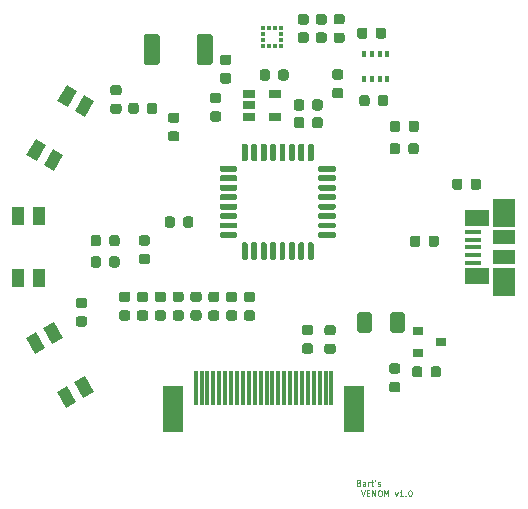
<source format=gbr>
G04 #@! TF.GenerationSoftware,KiCad,Pcbnew,5.1.8-1.fc33*
G04 #@! TF.CreationDate,2020-12-23T22:24:44+01:00*
G04 #@! TF.ProjectId,venom,76656e6f-6d2e-46b6-9963-61645f706362,rev?*
G04 #@! TF.SameCoordinates,Original*
G04 #@! TF.FileFunction,Paste,Top*
G04 #@! TF.FilePolarity,Positive*
%FSLAX46Y46*%
G04 Gerber Fmt 4.6, Leading zero omitted, Abs format (unit mm)*
G04 Created by KiCad (PCBNEW 5.1.8-1.fc33) date 2020-12-23 22:24:44*
%MOMM*%
%LPD*%
G01*
G04 APERTURE LIST*
%ADD10C,0.125000*%
%ADD11R,0.350000X0.500000*%
%ADD12R,1.800000X4.000000*%
%ADD13R,0.300000X3.000000*%
%ADD14C,0.100000*%
%ADD15R,0.900000X0.800000*%
%ADD16R,1.000000X1.550000*%
%ADD17R,1.060000X0.650000*%
%ADD18R,1.380000X0.450000*%
%ADD19R,2.100000X1.475000*%
%ADD20R,1.900000X2.375000*%
%ADD21R,1.900000X1.175000*%
%ADD22R,0.375000X0.350000*%
%ADD23R,0.350000X0.375000*%
G04 APERTURE END LIST*
D10*
X167580476Y-138716785D02*
X167651904Y-138740595D01*
X167675714Y-138764404D01*
X167699523Y-138812023D01*
X167699523Y-138883452D01*
X167675714Y-138931071D01*
X167651904Y-138954880D01*
X167604285Y-138978690D01*
X167413809Y-138978690D01*
X167413809Y-138478690D01*
X167580476Y-138478690D01*
X167628095Y-138502500D01*
X167651904Y-138526309D01*
X167675714Y-138573928D01*
X167675714Y-138621547D01*
X167651904Y-138669166D01*
X167628095Y-138692976D01*
X167580476Y-138716785D01*
X167413809Y-138716785D01*
X168128095Y-138978690D02*
X168128095Y-138716785D01*
X168104285Y-138669166D01*
X168056666Y-138645357D01*
X167961428Y-138645357D01*
X167913809Y-138669166D01*
X168128095Y-138954880D02*
X168080476Y-138978690D01*
X167961428Y-138978690D01*
X167913809Y-138954880D01*
X167890000Y-138907261D01*
X167890000Y-138859642D01*
X167913809Y-138812023D01*
X167961428Y-138788214D01*
X168080476Y-138788214D01*
X168128095Y-138764404D01*
X168366190Y-138978690D02*
X168366190Y-138645357D01*
X168366190Y-138740595D02*
X168390000Y-138692976D01*
X168413809Y-138669166D01*
X168461428Y-138645357D01*
X168509047Y-138645357D01*
X168604285Y-138645357D02*
X168794761Y-138645357D01*
X168675714Y-138478690D02*
X168675714Y-138907261D01*
X168699523Y-138954880D01*
X168747142Y-138978690D01*
X168794761Y-138978690D01*
X168985238Y-138478690D02*
X168937619Y-138573928D01*
X169175714Y-138954880D02*
X169223333Y-138978690D01*
X169318571Y-138978690D01*
X169366190Y-138954880D01*
X169390000Y-138907261D01*
X169390000Y-138883452D01*
X169366190Y-138835833D01*
X169318571Y-138812023D01*
X169247142Y-138812023D01*
X169199523Y-138788214D01*
X169175714Y-138740595D01*
X169175714Y-138716785D01*
X169199523Y-138669166D01*
X169247142Y-138645357D01*
X169318571Y-138645357D01*
X169366190Y-138669166D01*
X167735238Y-139353690D02*
X167901904Y-139853690D01*
X168068571Y-139353690D01*
X168235238Y-139591785D02*
X168401904Y-139591785D01*
X168473333Y-139853690D02*
X168235238Y-139853690D01*
X168235238Y-139353690D01*
X168473333Y-139353690D01*
X168687619Y-139853690D02*
X168687619Y-139353690D01*
X168973333Y-139853690D01*
X168973333Y-139353690D01*
X169306666Y-139353690D02*
X169401904Y-139353690D01*
X169449523Y-139377500D01*
X169497142Y-139425119D01*
X169520952Y-139520357D01*
X169520952Y-139687023D01*
X169497142Y-139782261D01*
X169449523Y-139829880D01*
X169401904Y-139853690D01*
X169306666Y-139853690D01*
X169259047Y-139829880D01*
X169211428Y-139782261D01*
X169187619Y-139687023D01*
X169187619Y-139520357D01*
X169211428Y-139425119D01*
X169259047Y-139377500D01*
X169306666Y-139353690D01*
X169735238Y-139853690D02*
X169735238Y-139353690D01*
X169901904Y-139710833D01*
X170068571Y-139353690D01*
X170068571Y-139853690D01*
X170640000Y-139520357D02*
X170759047Y-139853690D01*
X170878095Y-139520357D01*
X171330476Y-139853690D02*
X171044761Y-139853690D01*
X171187619Y-139853690D02*
X171187619Y-139353690D01*
X171140000Y-139425119D01*
X171092380Y-139472738D01*
X171044761Y-139496547D01*
X171544761Y-139806071D02*
X171568571Y-139829880D01*
X171544761Y-139853690D01*
X171520952Y-139829880D01*
X171544761Y-139806071D01*
X171544761Y-139853690D01*
X171878095Y-139353690D02*
X171925714Y-139353690D01*
X171973333Y-139377500D01*
X171997142Y-139401309D01*
X172020952Y-139448928D01*
X172044761Y-139544166D01*
X172044761Y-139663214D01*
X172020952Y-139758452D01*
X171997142Y-139806071D01*
X171973333Y-139829880D01*
X171925714Y-139853690D01*
X171878095Y-139853690D01*
X171830476Y-139829880D01*
X171806666Y-139806071D01*
X171782857Y-139758452D01*
X171759047Y-139663214D01*
X171759047Y-139544166D01*
X171782857Y-139448928D01*
X171806666Y-139401309D01*
X171830476Y-139377500D01*
X171878095Y-139353690D01*
D11*
X168045000Y-104505000D03*
X168695000Y-104505000D03*
X169345000Y-104505000D03*
X169995000Y-104505000D03*
X169995000Y-102455000D03*
X169345000Y-102455000D03*
X168695000Y-102455000D03*
X168045000Y-102455000D03*
D12*
X167160000Y-132510000D03*
X151860000Y-132510000D03*
D13*
X153760000Y-130710000D03*
X154260000Y-130710000D03*
X154760000Y-130710000D03*
X155260000Y-130710000D03*
X155760000Y-130710000D03*
X156260000Y-130710000D03*
X156760000Y-130710000D03*
X157260000Y-130710000D03*
X157760000Y-130710000D03*
X158260000Y-130710000D03*
X158760000Y-130710000D03*
X159260000Y-130710000D03*
X159760000Y-130710000D03*
X160260000Y-130710000D03*
X160760000Y-130710000D03*
X161260000Y-130710000D03*
X161760000Y-130710000D03*
X162260000Y-130710000D03*
X162760000Y-130710000D03*
X163260000Y-130710000D03*
X163760000Y-130710000D03*
X164260000Y-130710000D03*
X164760000Y-130710000D03*
X165260000Y-130710000D03*
D14*
G36*
X140863109Y-125640513D02*
G01*
X141729135Y-125140513D01*
X142504135Y-126482853D01*
X141638109Y-126982853D01*
X140863109Y-125640513D01*
G37*
G36*
X143488109Y-130187147D02*
G01*
X144354135Y-129687147D01*
X145129135Y-131029487D01*
X144263109Y-131529487D01*
X143488109Y-130187147D01*
G37*
G36*
X142015865Y-131037147D02*
G01*
X142881891Y-130537147D01*
X143656891Y-131879487D01*
X142790865Y-132379487D01*
X142015865Y-131037147D01*
G37*
G36*
X139390865Y-126490513D02*
G01*
X140256891Y-125990513D01*
X141031891Y-127332853D01*
X140165865Y-127832853D01*
X139390865Y-126490513D01*
G37*
G36*
G01*
X155215000Y-100964999D02*
X155215000Y-103115001D01*
G75*
G02*
X154965001Y-103365000I-249999J0D01*
G01*
X154114999Y-103365000D01*
G75*
G02*
X153865000Y-103115001I0J249999D01*
G01*
X153865000Y-100964999D01*
G75*
G02*
X154114999Y-100715000I249999J0D01*
G01*
X154965001Y-100715000D01*
G75*
G02*
X155215000Y-100964999I0J-249999D01*
G01*
G37*
G36*
G01*
X150715000Y-100964999D02*
X150715000Y-103115001D01*
G75*
G02*
X150465001Y-103365000I-249999J0D01*
G01*
X149614999Y-103365000D01*
G75*
G02*
X149365000Y-103115001I0J249999D01*
G01*
X149365000Y-100964999D01*
G75*
G02*
X149614999Y-100715000I249999J0D01*
G01*
X150465001Y-100715000D01*
G75*
G02*
X150715000Y-100964999I0J-249999D01*
G01*
G37*
G36*
G01*
X168306000Y-100403750D02*
X168306000Y-100916250D01*
G75*
G02*
X168087250Y-101135000I-218750J0D01*
G01*
X167649750Y-101135000D01*
G75*
G02*
X167431000Y-100916250I0J218750D01*
G01*
X167431000Y-100403750D01*
G75*
G02*
X167649750Y-100185000I218750J0D01*
G01*
X168087250Y-100185000D01*
G75*
G02*
X168306000Y-100403750I0J-218750D01*
G01*
G37*
G36*
G01*
X169881000Y-100403750D02*
X169881000Y-100916250D01*
G75*
G02*
X169662250Y-101135000I-218750J0D01*
G01*
X169224750Y-101135000D01*
G75*
G02*
X169006000Y-100916250I0J218750D01*
G01*
X169006000Y-100403750D01*
G75*
G02*
X169224750Y-100185000I218750J0D01*
G01*
X169662250Y-100185000D01*
G75*
G02*
X169881000Y-100403750I0J-218750D01*
G01*
G37*
G36*
G01*
X166166250Y-101485000D02*
X165653750Y-101485000D01*
G75*
G02*
X165435000Y-101266250I0J218750D01*
G01*
X165435000Y-100828750D01*
G75*
G02*
X165653750Y-100610000I218750J0D01*
G01*
X166166250Y-100610000D01*
G75*
G02*
X166385000Y-100828750I0J-218750D01*
G01*
X166385000Y-101266250D01*
G75*
G02*
X166166250Y-101485000I-218750J0D01*
G01*
G37*
G36*
G01*
X166166250Y-99910000D02*
X165653750Y-99910000D01*
G75*
G02*
X165435000Y-99691250I0J218750D01*
G01*
X165435000Y-99253750D01*
G75*
G02*
X165653750Y-99035000I218750J0D01*
G01*
X166166250Y-99035000D01*
G75*
G02*
X166385000Y-99253750I0J-218750D01*
G01*
X166385000Y-99691250D01*
G75*
G02*
X166166250Y-99910000I-218750J0D01*
G01*
G37*
G36*
G01*
X170195000Y-110696250D02*
X170195000Y-110183750D01*
G75*
G02*
X170413750Y-109965000I218750J0D01*
G01*
X170851250Y-109965000D01*
G75*
G02*
X171070000Y-110183750I0J-218750D01*
G01*
X171070000Y-110696250D01*
G75*
G02*
X170851250Y-110915000I-218750J0D01*
G01*
X170413750Y-110915000D01*
G75*
G02*
X170195000Y-110696250I0J218750D01*
G01*
G37*
G36*
G01*
X171770000Y-110696250D02*
X171770000Y-110183750D01*
G75*
G02*
X171988750Y-109965000I218750J0D01*
G01*
X172426250Y-109965000D01*
G75*
G02*
X172645000Y-110183750I0J-218750D01*
G01*
X172645000Y-110696250D01*
G75*
G02*
X172426250Y-110915000I-218750J0D01*
G01*
X171988750Y-110915000D01*
G75*
G02*
X171770000Y-110696250I0J218750D01*
G01*
G37*
G36*
G01*
X171790000Y-108806250D02*
X171790000Y-108293750D01*
G75*
G02*
X172008750Y-108075000I218750J0D01*
G01*
X172446250Y-108075000D01*
G75*
G02*
X172665000Y-108293750I0J-218750D01*
G01*
X172665000Y-108806250D01*
G75*
G02*
X172446250Y-109025000I-218750J0D01*
G01*
X172008750Y-109025000D01*
G75*
G02*
X171790000Y-108806250I0J218750D01*
G01*
G37*
G36*
G01*
X170215000Y-108806250D02*
X170215000Y-108293750D01*
G75*
G02*
X170433750Y-108075000I218750J0D01*
G01*
X170871250Y-108075000D01*
G75*
G02*
X171090000Y-108293750I0J-218750D01*
G01*
X171090000Y-108806250D01*
G75*
G02*
X170871250Y-109025000I-218750J0D01*
G01*
X170433750Y-109025000D01*
G75*
G02*
X170215000Y-108806250I0J218750D01*
G01*
G37*
G36*
G01*
X173480000Y-118536250D02*
X173480000Y-118023750D01*
G75*
G02*
X173698750Y-117805000I218750J0D01*
G01*
X174136250Y-117805000D01*
G75*
G02*
X174355000Y-118023750I0J-218750D01*
G01*
X174355000Y-118536250D01*
G75*
G02*
X174136250Y-118755000I-218750J0D01*
G01*
X173698750Y-118755000D01*
G75*
G02*
X173480000Y-118536250I0J218750D01*
G01*
G37*
G36*
G01*
X171905000Y-118536250D02*
X171905000Y-118023750D01*
G75*
G02*
X172123750Y-117805000I218750J0D01*
G01*
X172561250Y-117805000D01*
G75*
G02*
X172780000Y-118023750I0J-218750D01*
G01*
X172780000Y-118536250D01*
G75*
G02*
X172561250Y-118755000I-218750J0D01*
G01*
X172123750Y-118755000D01*
G75*
G02*
X171905000Y-118536250I0J218750D01*
G01*
G37*
G36*
G01*
X165396250Y-127825000D02*
X164883750Y-127825000D01*
G75*
G02*
X164665000Y-127606250I0J218750D01*
G01*
X164665000Y-127168750D01*
G75*
G02*
X164883750Y-126950000I218750J0D01*
G01*
X165396250Y-126950000D01*
G75*
G02*
X165615000Y-127168750I0J-218750D01*
G01*
X165615000Y-127606250D01*
G75*
G02*
X165396250Y-127825000I-218750J0D01*
G01*
G37*
G36*
G01*
X165396250Y-126250000D02*
X164883750Y-126250000D01*
G75*
G02*
X164665000Y-126031250I0J218750D01*
G01*
X164665000Y-125593750D01*
G75*
G02*
X164883750Y-125375000I218750J0D01*
G01*
X165396250Y-125375000D01*
G75*
G02*
X165615000Y-125593750I0J-218750D01*
G01*
X165615000Y-126031250D01*
G75*
G02*
X165396250Y-126250000I-218750J0D01*
G01*
G37*
G36*
G01*
X163486250Y-127805000D02*
X162973750Y-127805000D01*
G75*
G02*
X162755000Y-127586250I0J218750D01*
G01*
X162755000Y-127148750D01*
G75*
G02*
X162973750Y-126930000I218750J0D01*
G01*
X163486250Y-126930000D01*
G75*
G02*
X163705000Y-127148750I0J-218750D01*
G01*
X163705000Y-127586250D01*
G75*
G02*
X163486250Y-127805000I-218750J0D01*
G01*
G37*
G36*
G01*
X163486250Y-126230000D02*
X162973750Y-126230000D01*
G75*
G02*
X162755000Y-126011250I0J218750D01*
G01*
X162755000Y-125573750D01*
G75*
G02*
X162973750Y-125355000I218750J0D01*
G01*
X163486250Y-125355000D01*
G75*
G02*
X163705000Y-125573750I0J-218750D01*
G01*
X163705000Y-126011250D01*
G75*
G02*
X163486250Y-126230000I-218750J0D01*
G01*
G37*
G36*
G01*
X158576250Y-123430000D02*
X158063750Y-123430000D01*
G75*
G02*
X157845000Y-123211250I0J218750D01*
G01*
X157845000Y-122773750D01*
G75*
G02*
X158063750Y-122555000I218750J0D01*
G01*
X158576250Y-122555000D01*
G75*
G02*
X158795000Y-122773750I0J-218750D01*
G01*
X158795000Y-123211250D01*
G75*
G02*
X158576250Y-123430000I-218750J0D01*
G01*
G37*
G36*
G01*
X158576250Y-125005000D02*
X158063750Y-125005000D01*
G75*
G02*
X157845000Y-124786250I0J218750D01*
G01*
X157845000Y-124348750D01*
G75*
G02*
X158063750Y-124130000I218750J0D01*
G01*
X158576250Y-124130000D01*
G75*
G02*
X158795000Y-124348750I0J-218750D01*
G01*
X158795000Y-124786250D01*
G75*
G02*
X158576250Y-125005000I-218750J0D01*
G01*
G37*
G36*
G01*
X157066250Y-123430000D02*
X156553750Y-123430000D01*
G75*
G02*
X156335000Y-123211250I0J218750D01*
G01*
X156335000Y-122773750D01*
G75*
G02*
X156553750Y-122555000I218750J0D01*
G01*
X157066250Y-122555000D01*
G75*
G02*
X157285000Y-122773750I0J-218750D01*
G01*
X157285000Y-123211250D01*
G75*
G02*
X157066250Y-123430000I-218750J0D01*
G01*
G37*
G36*
G01*
X157066250Y-125005000D02*
X156553750Y-125005000D01*
G75*
G02*
X156335000Y-124786250I0J218750D01*
G01*
X156335000Y-124348750D01*
G75*
G02*
X156553750Y-124130000I218750J0D01*
G01*
X157066250Y-124130000D01*
G75*
G02*
X157285000Y-124348750I0J-218750D01*
G01*
X157285000Y-124786250D01*
G75*
G02*
X157066250Y-125005000I-218750J0D01*
G01*
G37*
G36*
G01*
X155556250Y-125005000D02*
X155043750Y-125005000D01*
G75*
G02*
X154825000Y-124786250I0J218750D01*
G01*
X154825000Y-124348750D01*
G75*
G02*
X155043750Y-124130000I218750J0D01*
G01*
X155556250Y-124130000D01*
G75*
G02*
X155775000Y-124348750I0J-218750D01*
G01*
X155775000Y-124786250D01*
G75*
G02*
X155556250Y-125005000I-218750J0D01*
G01*
G37*
G36*
G01*
X155556250Y-123430000D02*
X155043750Y-123430000D01*
G75*
G02*
X154825000Y-123211250I0J218750D01*
G01*
X154825000Y-122773750D01*
G75*
G02*
X155043750Y-122555000I218750J0D01*
G01*
X155556250Y-122555000D01*
G75*
G02*
X155775000Y-122773750I0J-218750D01*
G01*
X155775000Y-123211250D01*
G75*
G02*
X155556250Y-123430000I-218750J0D01*
G01*
G37*
G36*
G01*
X154046250Y-124995000D02*
X153533750Y-124995000D01*
G75*
G02*
X153315000Y-124776250I0J218750D01*
G01*
X153315000Y-124338750D01*
G75*
G02*
X153533750Y-124120000I218750J0D01*
G01*
X154046250Y-124120000D01*
G75*
G02*
X154265000Y-124338750I0J-218750D01*
G01*
X154265000Y-124776250D01*
G75*
G02*
X154046250Y-124995000I-218750J0D01*
G01*
G37*
G36*
G01*
X154046250Y-123420000D02*
X153533750Y-123420000D01*
G75*
G02*
X153315000Y-123201250I0J218750D01*
G01*
X153315000Y-122763750D01*
G75*
G02*
X153533750Y-122545000I218750J0D01*
G01*
X154046250Y-122545000D01*
G75*
G02*
X154265000Y-122763750I0J-218750D01*
G01*
X154265000Y-123201250D01*
G75*
G02*
X154046250Y-123420000I-218750J0D01*
G01*
G37*
G36*
G01*
X152536250Y-123420000D02*
X152023750Y-123420000D01*
G75*
G02*
X151805000Y-123201250I0J218750D01*
G01*
X151805000Y-122763750D01*
G75*
G02*
X152023750Y-122545000I218750J0D01*
G01*
X152536250Y-122545000D01*
G75*
G02*
X152755000Y-122763750I0J-218750D01*
G01*
X152755000Y-123201250D01*
G75*
G02*
X152536250Y-123420000I-218750J0D01*
G01*
G37*
G36*
G01*
X152536250Y-124995000D02*
X152023750Y-124995000D01*
G75*
G02*
X151805000Y-124776250I0J218750D01*
G01*
X151805000Y-124338750D01*
G75*
G02*
X152023750Y-124120000I218750J0D01*
G01*
X152536250Y-124120000D01*
G75*
G02*
X152755000Y-124338750I0J-218750D01*
G01*
X152755000Y-124776250D01*
G75*
G02*
X152536250Y-124995000I-218750J0D01*
G01*
G37*
G36*
G01*
X151026250Y-124995000D02*
X150513750Y-124995000D01*
G75*
G02*
X150295000Y-124776250I0J218750D01*
G01*
X150295000Y-124338750D01*
G75*
G02*
X150513750Y-124120000I218750J0D01*
G01*
X151026250Y-124120000D01*
G75*
G02*
X151245000Y-124338750I0J-218750D01*
G01*
X151245000Y-124776250D01*
G75*
G02*
X151026250Y-124995000I-218750J0D01*
G01*
G37*
G36*
G01*
X151026250Y-123420000D02*
X150513750Y-123420000D01*
G75*
G02*
X150295000Y-123201250I0J218750D01*
G01*
X150295000Y-122763750D01*
G75*
G02*
X150513750Y-122545000I218750J0D01*
G01*
X151026250Y-122545000D01*
G75*
G02*
X151245000Y-122763750I0J-218750D01*
G01*
X151245000Y-123201250D01*
G75*
G02*
X151026250Y-123420000I-218750J0D01*
G01*
G37*
G36*
G01*
X149516250Y-123420000D02*
X149003750Y-123420000D01*
G75*
G02*
X148785000Y-123201250I0J218750D01*
G01*
X148785000Y-122763750D01*
G75*
G02*
X149003750Y-122545000I218750J0D01*
G01*
X149516250Y-122545000D01*
G75*
G02*
X149735000Y-122763750I0J-218750D01*
G01*
X149735000Y-123201250D01*
G75*
G02*
X149516250Y-123420000I-218750J0D01*
G01*
G37*
G36*
G01*
X149516250Y-124995000D02*
X149003750Y-124995000D01*
G75*
G02*
X148785000Y-124776250I0J218750D01*
G01*
X148785000Y-124338750D01*
G75*
G02*
X149003750Y-124120000I218750J0D01*
G01*
X149516250Y-124120000D01*
G75*
G02*
X149735000Y-124338750I0J-218750D01*
G01*
X149735000Y-124776250D01*
G75*
G02*
X149516250Y-124995000I-218750J0D01*
G01*
G37*
G36*
G01*
X148006250Y-123420000D02*
X147493750Y-123420000D01*
G75*
G02*
X147275000Y-123201250I0J218750D01*
G01*
X147275000Y-122763750D01*
G75*
G02*
X147493750Y-122545000I218750J0D01*
G01*
X148006250Y-122545000D01*
G75*
G02*
X148225000Y-122763750I0J-218750D01*
G01*
X148225000Y-123201250D01*
G75*
G02*
X148006250Y-123420000I-218750J0D01*
G01*
G37*
G36*
G01*
X148006250Y-124995000D02*
X147493750Y-124995000D01*
G75*
G02*
X147275000Y-124776250I0J218750D01*
G01*
X147275000Y-124338750D01*
G75*
G02*
X147493750Y-124120000I218750J0D01*
G01*
X148006250Y-124120000D01*
G75*
G02*
X148225000Y-124338750I0J-218750D01*
G01*
X148225000Y-124776250D01*
G75*
G02*
X148006250Y-124995000I-218750J0D01*
G01*
G37*
G36*
G01*
X155191750Y-107284000D02*
X155704250Y-107284000D01*
G75*
G02*
X155923000Y-107502750I0J-218750D01*
G01*
X155923000Y-107940250D01*
G75*
G02*
X155704250Y-108159000I-218750J0D01*
G01*
X155191750Y-108159000D01*
G75*
G02*
X154973000Y-107940250I0J218750D01*
G01*
X154973000Y-107502750D01*
G75*
G02*
X155191750Y-107284000I218750J0D01*
G01*
G37*
G36*
G01*
X155191750Y-105709000D02*
X155704250Y-105709000D01*
G75*
G02*
X155923000Y-105927750I0J-218750D01*
G01*
X155923000Y-106365250D01*
G75*
G02*
X155704250Y-106584000I-218750J0D01*
G01*
X155191750Y-106584000D01*
G75*
G02*
X154973000Y-106365250I0J218750D01*
G01*
X154973000Y-105927750D01*
G75*
G02*
X155191750Y-105709000I218750J0D01*
G01*
G37*
G36*
G01*
X161626000Y-103942170D02*
X161626000Y-104454670D01*
G75*
G02*
X161407250Y-104673420I-218750J0D01*
G01*
X160969750Y-104673420D01*
G75*
G02*
X160751000Y-104454670I0J218750D01*
G01*
X160751000Y-103942170D01*
G75*
G02*
X160969750Y-103723420I218750J0D01*
G01*
X161407250Y-103723420D01*
G75*
G02*
X161626000Y-103942170I0J-218750D01*
G01*
G37*
G36*
G01*
X160051000Y-103942170D02*
X160051000Y-104454670D01*
G75*
G02*
X159832250Y-104673420I-218750J0D01*
G01*
X159394750Y-104673420D01*
G75*
G02*
X159176000Y-104454670I0J218750D01*
G01*
X159176000Y-103942170D01*
G75*
G02*
X159394750Y-103723420I218750J0D01*
G01*
X159832250Y-103723420D01*
G75*
G02*
X160051000Y-103942170I0J-218750D01*
G01*
G37*
D15*
X172548040Y-125844260D03*
X172548040Y-127744260D03*
X174548040Y-126794260D03*
G36*
G01*
X151635750Y-107377500D02*
X152148250Y-107377500D01*
G75*
G02*
X152367000Y-107596250I0J-218750D01*
G01*
X152367000Y-108033750D01*
G75*
G02*
X152148250Y-108252500I-218750J0D01*
G01*
X151635750Y-108252500D01*
G75*
G02*
X151417000Y-108033750I0J218750D01*
G01*
X151417000Y-107596250D01*
G75*
G02*
X151635750Y-107377500I218750J0D01*
G01*
G37*
G36*
G01*
X151635750Y-108952500D02*
X152148250Y-108952500D01*
G75*
G02*
X152367000Y-109171250I0J-218750D01*
G01*
X152367000Y-109608750D01*
G75*
G02*
X152148250Y-109827500I-218750J0D01*
G01*
X151635750Y-109827500D01*
G75*
G02*
X151417000Y-109608750I0J218750D01*
G01*
X151417000Y-109171250D01*
G75*
G02*
X151635750Y-108952500I218750J0D01*
G01*
G37*
G36*
G01*
X168480000Y-106113750D02*
X168480000Y-106626250D01*
G75*
G02*
X168261250Y-106845000I-218750J0D01*
G01*
X167823750Y-106845000D01*
G75*
G02*
X167605000Y-106626250I0J218750D01*
G01*
X167605000Y-106113750D01*
G75*
G02*
X167823750Y-105895000I218750J0D01*
G01*
X168261250Y-105895000D01*
G75*
G02*
X168480000Y-106113750I0J-218750D01*
G01*
G37*
G36*
G01*
X170055000Y-106113750D02*
X170055000Y-106626250D01*
G75*
G02*
X169836250Y-106845000I-218750J0D01*
G01*
X169398750Y-106845000D01*
G75*
G02*
X169180000Y-106626250I0J218750D01*
G01*
X169180000Y-106113750D01*
G75*
G02*
X169398750Y-105895000I218750J0D01*
G01*
X169836250Y-105895000D01*
G75*
G02*
X170055000Y-106113750I0J-218750D01*
G01*
G37*
G36*
G01*
X166046250Y-106165000D02*
X165533750Y-106165000D01*
G75*
G02*
X165315000Y-105946250I0J218750D01*
G01*
X165315000Y-105508750D01*
G75*
G02*
X165533750Y-105290000I218750J0D01*
G01*
X166046250Y-105290000D01*
G75*
G02*
X166265000Y-105508750I0J-218750D01*
G01*
X166265000Y-105946250D01*
G75*
G02*
X166046250Y-106165000I-218750J0D01*
G01*
G37*
G36*
G01*
X166046250Y-104590000D02*
X165533750Y-104590000D01*
G75*
G02*
X165315000Y-104371250I0J218750D01*
G01*
X165315000Y-103933750D01*
G75*
G02*
X165533750Y-103715000I218750J0D01*
G01*
X166046250Y-103715000D01*
G75*
G02*
X166265000Y-103933750I0J-218750D01*
G01*
X166265000Y-104371250D01*
G75*
G02*
X166046250Y-104590000I-218750J0D01*
G01*
G37*
G36*
G01*
X170360630Y-128614720D02*
X170873130Y-128614720D01*
G75*
G02*
X171091880Y-128833470I0J-218750D01*
G01*
X171091880Y-129270970D01*
G75*
G02*
X170873130Y-129489720I-218750J0D01*
G01*
X170360630Y-129489720D01*
G75*
G02*
X170141880Y-129270970I0J218750D01*
G01*
X170141880Y-128833470D01*
G75*
G02*
X170360630Y-128614720I218750J0D01*
G01*
G37*
G36*
G01*
X170360630Y-130189720D02*
X170873130Y-130189720D01*
G75*
G02*
X171091880Y-130408470I0J-218750D01*
G01*
X171091880Y-130845970D01*
G75*
G02*
X170873130Y-131064720I-218750J0D01*
G01*
X170360630Y-131064720D01*
G75*
G02*
X170141880Y-130845970I0J218750D01*
G01*
X170141880Y-130408470D01*
G75*
G02*
X170360630Y-130189720I218750J0D01*
G01*
G37*
G36*
G01*
X173654200Y-129587970D02*
X173654200Y-129075470D01*
G75*
G02*
X173872950Y-128856720I218750J0D01*
G01*
X174310450Y-128856720D01*
G75*
G02*
X174529200Y-129075470I0J-218750D01*
G01*
X174529200Y-129587970D01*
G75*
G02*
X174310450Y-129806720I-218750J0D01*
G01*
X173872950Y-129806720D01*
G75*
G02*
X173654200Y-129587970I0J218750D01*
G01*
G37*
G36*
G01*
X172079200Y-129587970D02*
X172079200Y-129075470D01*
G75*
G02*
X172297950Y-128856720I218750J0D01*
G01*
X172735450Y-128856720D01*
G75*
G02*
X172954200Y-129075470I0J-218750D01*
G01*
X172954200Y-129587970D01*
G75*
G02*
X172735450Y-129806720I-218750J0D01*
G01*
X172297950Y-129806720D01*
G75*
G02*
X172079200Y-129587970I0J218750D01*
G01*
G37*
D14*
G36*
X144303109Y-105930513D02*
G01*
X145169135Y-106430513D01*
X144394135Y-107772853D01*
X143528109Y-107272853D01*
X144303109Y-105930513D01*
G37*
G36*
X141678109Y-110477147D02*
G01*
X142544135Y-110977147D01*
X141769135Y-112319487D01*
X140903109Y-111819487D01*
X141678109Y-110477147D01*
G37*
G36*
X140205865Y-109627147D02*
G01*
X141071891Y-110127147D01*
X140296891Y-111469487D01*
X139430865Y-110969487D01*
X140205865Y-109627147D01*
G37*
G36*
X142830865Y-105080513D02*
G01*
X143696891Y-105580513D01*
X142921891Y-106922853D01*
X142055865Y-106422853D01*
X142830865Y-105080513D01*
G37*
D16*
X138760000Y-116155000D03*
X138760000Y-121405000D03*
X140460000Y-121405000D03*
X140460000Y-116155000D03*
D17*
X158310000Y-105830000D03*
X158310000Y-106780000D03*
X158310000Y-107730000D03*
X160510000Y-107730000D03*
X160510000Y-105830000D03*
D18*
X177210000Y-120080000D03*
X177210000Y-119430000D03*
X177210000Y-118780000D03*
X177210000Y-118130000D03*
X177210000Y-117480000D03*
D19*
X177570000Y-121242500D03*
X177570000Y-116317500D03*
D20*
X179870000Y-121690000D03*
X179870000Y-115870000D03*
D21*
X179870000Y-119620000D03*
X179870000Y-117940000D03*
G36*
G01*
X153575000Y-116393750D02*
X153575000Y-116906250D01*
G75*
G02*
X153356250Y-117125000I-218750J0D01*
G01*
X152918750Y-117125000D01*
G75*
G02*
X152700000Y-116906250I0J218750D01*
G01*
X152700000Y-116393750D01*
G75*
G02*
X152918750Y-116175000I218750J0D01*
G01*
X153356250Y-116175000D01*
G75*
G02*
X153575000Y-116393750I0J-218750D01*
G01*
G37*
G36*
G01*
X152000000Y-116393750D02*
X152000000Y-116906250D01*
G75*
G02*
X151781250Y-117125000I-218750J0D01*
G01*
X151343750Y-117125000D01*
G75*
G02*
X151125000Y-116906250I0J218750D01*
G01*
X151125000Y-116393750D01*
G75*
G02*
X151343750Y-116175000I218750J0D01*
G01*
X151781250Y-116175000D01*
G75*
G02*
X152000000Y-116393750I0J-218750D01*
G01*
G37*
G36*
G01*
X163385000Y-110015000D02*
X163635000Y-110015000D01*
G75*
G02*
X163760000Y-110140000I0J-125000D01*
G01*
X163760000Y-111390000D01*
G75*
G02*
X163635000Y-111515000I-125000J0D01*
G01*
X163385000Y-111515000D01*
G75*
G02*
X163260000Y-111390000I0J125000D01*
G01*
X163260000Y-110140000D01*
G75*
G02*
X163385000Y-110015000I125000J0D01*
G01*
G37*
G36*
G01*
X162585000Y-110015000D02*
X162835000Y-110015000D01*
G75*
G02*
X162960000Y-110140000I0J-125000D01*
G01*
X162960000Y-111390000D01*
G75*
G02*
X162835000Y-111515000I-125000J0D01*
G01*
X162585000Y-111515000D01*
G75*
G02*
X162460000Y-111390000I0J125000D01*
G01*
X162460000Y-110140000D01*
G75*
G02*
X162585000Y-110015000I125000J0D01*
G01*
G37*
G36*
G01*
X161785000Y-110015000D02*
X162035000Y-110015000D01*
G75*
G02*
X162160000Y-110140000I0J-125000D01*
G01*
X162160000Y-111390000D01*
G75*
G02*
X162035000Y-111515000I-125000J0D01*
G01*
X161785000Y-111515000D01*
G75*
G02*
X161660000Y-111390000I0J125000D01*
G01*
X161660000Y-110140000D01*
G75*
G02*
X161785000Y-110015000I125000J0D01*
G01*
G37*
G36*
G01*
X160985000Y-110015000D02*
X161235000Y-110015000D01*
G75*
G02*
X161360000Y-110140000I0J-125000D01*
G01*
X161360000Y-111390000D01*
G75*
G02*
X161235000Y-111515000I-125000J0D01*
G01*
X160985000Y-111515000D01*
G75*
G02*
X160860000Y-111390000I0J125000D01*
G01*
X160860000Y-110140000D01*
G75*
G02*
X160985000Y-110015000I125000J0D01*
G01*
G37*
G36*
G01*
X160185000Y-110015000D02*
X160435000Y-110015000D01*
G75*
G02*
X160560000Y-110140000I0J-125000D01*
G01*
X160560000Y-111390000D01*
G75*
G02*
X160435000Y-111515000I-125000J0D01*
G01*
X160185000Y-111515000D01*
G75*
G02*
X160060000Y-111390000I0J125000D01*
G01*
X160060000Y-110140000D01*
G75*
G02*
X160185000Y-110015000I125000J0D01*
G01*
G37*
G36*
G01*
X159385000Y-110015000D02*
X159635000Y-110015000D01*
G75*
G02*
X159760000Y-110140000I0J-125000D01*
G01*
X159760000Y-111390000D01*
G75*
G02*
X159635000Y-111515000I-125000J0D01*
G01*
X159385000Y-111515000D01*
G75*
G02*
X159260000Y-111390000I0J125000D01*
G01*
X159260000Y-110140000D01*
G75*
G02*
X159385000Y-110015000I125000J0D01*
G01*
G37*
G36*
G01*
X158585000Y-110015000D02*
X158835000Y-110015000D01*
G75*
G02*
X158960000Y-110140000I0J-125000D01*
G01*
X158960000Y-111390000D01*
G75*
G02*
X158835000Y-111515000I-125000J0D01*
G01*
X158585000Y-111515000D01*
G75*
G02*
X158460000Y-111390000I0J125000D01*
G01*
X158460000Y-110140000D01*
G75*
G02*
X158585000Y-110015000I125000J0D01*
G01*
G37*
G36*
G01*
X157785000Y-110015000D02*
X158035000Y-110015000D01*
G75*
G02*
X158160000Y-110140000I0J-125000D01*
G01*
X158160000Y-111390000D01*
G75*
G02*
X158035000Y-111515000I-125000J0D01*
G01*
X157785000Y-111515000D01*
G75*
G02*
X157660000Y-111390000I0J125000D01*
G01*
X157660000Y-110140000D01*
G75*
G02*
X157785000Y-110015000I125000J0D01*
G01*
G37*
G36*
G01*
X155910000Y-111890000D02*
X157160000Y-111890000D01*
G75*
G02*
X157285000Y-112015000I0J-125000D01*
G01*
X157285000Y-112265000D01*
G75*
G02*
X157160000Y-112390000I-125000J0D01*
G01*
X155910000Y-112390000D01*
G75*
G02*
X155785000Y-112265000I0J125000D01*
G01*
X155785000Y-112015000D01*
G75*
G02*
X155910000Y-111890000I125000J0D01*
G01*
G37*
G36*
G01*
X155910000Y-112690000D02*
X157160000Y-112690000D01*
G75*
G02*
X157285000Y-112815000I0J-125000D01*
G01*
X157285000Y-113065000D01*
G75*
G02*
X157160000Y-113190000I-125000J0D01*
G01*
X155910000Y-113190000D01*
G75*
G02*
X155785000Y-113065000I0J125000D01*
G01*
X155785000Y-112815000D01*
G75*
G02*
X155910000Y-112690000I125000J0D01*
G01*
G37*
G36*
G01*
X155910000Y-113490000D02*
X157160000Y-113490000D01*
G75*
G02*
X157285000Y-113615000I0J-125000D01*
G01*
X157285000Y-113865000D01*
G75*
G02*
X157160000Y-113990000I-125000J0D01*
G01*
X155910000Y-113990000D01*
G75*
G02*
X155785000Y-113865000I0J125000D01*
G01*
X155785000Y-113615000D01*
G75*
G02*
X155910000Y-113490000I125000J0D01*
G01*
G37*
G36*
G01*
X155910000Y-114290000D02*
X157160000Y-114290000D01*
G75*
G02*
X157285000Y-114415000I0J-125000D01*
G01*
X157285000Y-114665000D01*
G75*
G02*
X157160000Y-114790000I-125000J0D01*
G01*
X155910000Y-114790000D01*
G75*
G02*
X155785000Y-114665000I0J125000D01*
G01*
X155785000Y-114415000D01*
G75*
G02*
X155910000Y-114290000I125000J0D01*
G01*
G37*
G36*
G01*
X155910000Y-115090000D02*
X157160000Y-115090000D01*
G75*
G02*
X157285000Y-115215000I0J-125000D01*
G01*
X157285000Y-115465000D01*
G75*
G02*
X157160000Y-115590000I-125000J0D01*
G01*
X155910000Y-115590000D01*
G75*
G02*
X155785000Y-115465000I0J125000D01*
G01*
X155785000Y-115215000D01*
G75*
G02*
X155910000Y-115090000I125000J0D01*
G01*
G37*
G36*
G01*
X155910000Y-115890000D02*
X157160000Y-115890000D01*
G75*
G02*
X157285000Y-116015000I0J-125000D01*
G01*
X157285000Y-116265000D01*
G75*
G02*
X157160000Y-116390000I-125000J0D01*
G01*
X155910000Y-116390000D01*
G75*
G02*
X155785000Y-116265000I0J125000D01*
G01*
X155785000Y-116015000D01*
G75*
G02*
X155910000Y-115890000I125000J0D01*
G01*
G37*
G36*
G01*
X155910000Y-116690000D02*
X157160000Y-116690000D01*
G75*
G02*
X157285000Y-116815000I0J-125000D01*
G01*
X157285000Y-117065000D01*
G75*
G02*
X157160000Y-117190000I-125000J0D01*
G01*
X155910000Y-117190000D01*
G75*
G02*
X155785000Y-117065000I0J125000D01*
G01*
X155785000Y-116815000D01*
G75*
G02*
X155910000Y-116690000I125000J0D01*
G01*
G37*
G36*
G01*
X155910000Y-117490000D02*
X157160000Y-117490000D01*
G75*
G02*
X157285000Y-117615000I0J-125000D01*
G01*
X157285000Y-117865000D01*
G75*
G02*
X157160000Y-117990000I-125000J0D01*
G01*
X155910000Y-117990000D01*
G75*
G02*
X155785000Y-117865000I0J125000D01*
G01*
X155785000Y-117615000D01*
G75*
G02*
X155910000Y-117490000I125000J0D01*
G01*
G37*
G36*
G01*
X157785000Y-118365000D02*
X158035000Y-118365000D01*
G75*
G02*
X158160000Y-118490000I0J-125000D01*
G01*
X158160000Y-119740000D01*
G75*
G02*
X158035000Y-119865000I-125000J0D01*
G01*
X157785000Y-119865000D01*
G75*
G02*
X157660000Y-119740000I0J125000D01*
G01*
X157660000Y-118490000D01*
G75*
G02*
X157785000Y-118365000I125000J0D01*
G01*
G37*
G36*
G01*
X158585000Y-118365000D02*
X158835000Y-118365000D01*
G75*
G02*
X158960000Y-118490000I0J-125000D01*
G01*
X158960000Y-119740000D01*
G75*
G02*
X158835000Y-119865000I-125000J0D01*
G01*
X158585000Y-119865000D01*
G75*
G02*
X158460000Y-119740000I0J125000D01*
G01*
X158460000Y-118490000D01*
G75*
G02*
X158585000Y-118365000I125000J0D01*
G01*
G37*
G36*
G01*
X159385000Y-118365000D02*
X159635000Y-118365000D01*
G75*
G02*
X159760000Y-118490000I0J-125000D01*
G01*
X159760000Y-119740000D01*
G75*
G02*
X159635000Y-119865000I-125000J0D01*
G01*
X159385000Y-119865000D01*
G75*
G02*
X159260000Y-119740000I0J125000D01*
G01*
X159260000Y-118490000D01*
G75*
G02*
X159385000Y-118365000I125000J0D01*
G01*
G37*
G36*
G01*
X160185000Y-118365000D02*
X160435000Y-118365000D01*
G75*
G02*
X160560000Y-118490000I0J-125000D01*
G01*
X160560000Y-119740000D01*
G75*
G02*
X160435000Y-119865000I-125000J0D01*
G01*
X160185000Y-119865000D01*
G75*
G02*
X160060000Y-119740000I0J125000D01*
G01*
X160060000Y-118490000D01*
G75*
G02*
X160185000Y-118365000I125000J0D01*
G01*
G37*
G36*
G01*
X160985000Y-118365000D02*
X161235000Y-118365000D01*
G75*
G02*
X161360000Y-118490000I0J-125000D01*
G01*
X161360000Y-119740000D01*
G75*
G02*
X161235000Y-119865000I-125000J0D01*
G01*
X160985000Y-119865000D01*
G75*
G02*
X160860000Y-119740000I0J125000D01*
G01*
X160860000Y-118490000D01*
G75*
G02*
X160985000Y-118365000I125000J0D01*
G01*
G37*
G36*
G01*
X161785000Y-118365000D02*
X162035000Y-118365000D01*
G75*
G02*
X162160000Y-118490000I0J-125000D01*
G01*
X162160000Y-119740000D01*
G75*
G02*
X162035000Y-119865000I-125000J0D01*
G01*
X161785000Y-119865000D01*
G75*
G02*
X161660000Y-119740000I0J125000D01*
G01*
X161660000Y-118490000D01*
G75*
G02*
X161785000Y-118365000I125000J0D01*
G01*
G37*
G36*
G01*
X162585000Y-118365000D02*
X162835000Y-118365000D01*
G75*
G02*
X162960000Y-118490000I0J-125000D01*
G01*
X162960000Y-119740000D01*
G75*
G02*
X162835000Y-119865000I-125000J0D01*
G01*
X162585000Y-119865000D01*
G75*
G02*
X162460000Y-119740000I0J125000D01*
G01*
X162460000Y-118490000D01*
G75*
G02*
X162585000Y-118365000I125000J0D01*
G01*
G37*
G36*
G01*
X163385000Y-118365000D02*
X163635000Y-118365000D01*
G75*
G02*
X163760000Y-118490000I0J-125000D01*
G01*
X163760000Y-119740000D01*
G75*
G02*
X163635000Y-119865000I-125000J0D01*
G01*
X163385000Y-119865000D01*
G75*
G02*
X163260000Y-119740000I0J125000D01*
G01*
X163260000Y-118490000D01*
G75*
G02*
X163385000Y-118365000I125000J0D01*
G01*
G37*
G36*
G01*
X164260000Y-117490000D02*
X165510000Y-117490000D01*
G75*
G02*
X165635000Y-117615000I0J-125000D01*
G01*
X165635000Y-117865000D01*
G75*
G02*
X165510000Y-117990000I-125000J0D01*
G01*
X164260000Y-117990000D01*
G75*
G02*
X164135000Y-117865000I0J125000D01*
G01*
X164135000Y-117615000D01*
G75*
G02*
X164260000Y-117490000I125000J0D01*
G01*
G37*
G36*
G01*
X164260000Y-116690000D02*
X165510000Y-116690000D01*
G75*
G02*
X165635000Y-116815000I0J-125000D01*
G01*
X165635000Y-117065000D01*
G75*
G02*
X165510000Y-117190000I-125000J0D01*
G01*
X164260000Y-117190000D01*
G75*
G02*
X164135000Y-117065000I0J125000D01*
G01*
X164135000Y-116815000D01*
G75*
G02*
X164260000Y-116690000I125000J0D01*
G01*
G37*
G36*
G01*
X164260000Y-115890000D02*
X165510000Y-115890000D01*
G75*
G02*
X165635000Y-116015000I0J-125000D01*
G01*
X165635000Y-116265000D01*
G75*
G02*
X165510000Y-116390000I-125000J0D01*
G01*
X164260000Y-116390000D01*
G75*
G02*
X164135000Y-116265000I0J125000D01*
G01*
X164135000Y-116015000D01*
G75*
G02*
X164260000Y-115890000I125000J0D01*
G01*
G37*
G36*
G01*
X164260000Y-115090000D02*
X165510000Y-115090000D01*
G75*
G02*
X165635000Y-115215000I0J-125000D01*
G01*
X165635000Y-115465000D01*
G75*
G02*
X165510000Y-115590000I-125000J0D01*
G01*
X164260000Y-115590000D01*
G75*
G02*
X164135000Y-115465000I0J125000D01*
G01*
X164135000Y-115215000D01*
G75*
G02*
X164260000Y-115090000I125000J0D01*
G01*
G37*
G36*
G01*
X164260000Y-114290000D02*
X165510000Y-114290000D01*
G75*
G02*
X165635000Y-114415000I0J-125000D01*
G01*
X165635000Y-114665000D01*
G75*
G02*
X165510000Y-114790000I-125000J0D01*
G01*
X164260000Y-114790000D01*
G75*
G02*
X164135000Y-114665000I0J125000D01*
G01*
X164135000Y-114415000D01*
G75*
G02*
X164260000Y-114290000I125000J0D01*
G01*
G37*
G36*
G01*
X164260000Y-113490000D02*
X165510000Y-113490000D01*
G75*
G02*
X165635000Y-113615000I0J-125000D01*
G01*
X165635000Y-113865000D01*
G75*
G02*
X165510000Y-113990000I-125000J0D01*
G01*
X164260000Y-113990000D01*
G75*
G02*
X164135000Y-113865000I0J125000D01*
G01*
X164135000Y-113615000D01*
G75*
G02*
X164260000Y-113490000I125000J0D01*
G01*
G37*
G36*
G01*
X164260000Y-112690000D02*
X165510000Y-112690000D01*
G75*
G02*
X165635000Y-112815000I0J-125000D01*
G01*
X165635000Y-113065000D01*
G75*
G02*
X165510000Y-113190000I-125000J0D01*
G01*
X164260000Y-113190000D01*
G75*
G02*
X164135000Y-113065000I0J125000D01*
G01*
X164135000Y-112815000D01*
G75*
G02*
X164260000Y-112690000I125000J0D01*
G01*
G37*
G36*
G01*
X164260000Y-111890000D02*
X165510000Y-111890000D01*
G75*
G02*
X165635000Y-112015000I0J-125000D01*
G01*
X165635000Y-112265000D01*
G75*
G02*
X165510000Y-112390000I-125000J0D01*
G01*
X164260000Y-112390000D01*
G75*
G02*
X164135000Y-112265000I0J125000D01*
G01*
X164135000Y-112015000D01*
G75*
G02*
X164260000Y-111890000I125000J0D01*
G01*
G37*
G36*
G01*
X177050000Y-113706250D02*
X177050000Y-113193750D01*
G75*
G02*
X177268750Y-112975000I218750J0D01*
G01*
X177706250Y-112975000D01*
G75*
G02*
X177925000Y-113193750I0J-218750D01*
G01*
X177925000Y-113706250D01*
G75*
G02*
X177706250Y-113925000I-218750J0D01*
G01*
X177268750Y-113925000D01*
G75*
G02*
X177050000Y-113706250I0J218750D01*
G01*
G37*
G36*
G01*
X175475000Y-113706250D02*
X175475000Y-113193750D01*
G75*
G02*
X175693750Y-112975000I218750J0D01*
G01*
X176131250Y-112975000D01*
G75*
G02*
X176350000Y-113193750I0J-218750D01*
G01*
X176350000Y-113706250D01*
G75*
G02*
X176131250Y-113925000I-218750J0D01*
G01*
X175693750Y-113925000D01*
G75*
G02*
X175475000Y-113706250I0J218750D01*
G01*
G37*
G36*
G01*
X147266250Y-107495000D02*
X146753750Y-107495000D01*
G75*
G02*
X146535000Y-107276250I0J218750D01*
G01*
X146535000Y-106838750D01*
G75*
G02*
X146753750Y-106620000I218750J0D01*
G01*
X147266250Y-106620000D01*
G75*
G02*
X147485000Y-106838750I0J-218750D01*
G01*
X147485000Y-107276250D01*
G75*
G02*
X147266250Y-107495000I-218750J0D01*
G01*
G37*
G36*
G01*
X147266250Y-105920000D02*
X146753750Y-105920000D01*
G75*
G02*
X146535000Y-105701250I0J218750D01*
G01*
X146535000Y-105263750D01*
G75*
G02*
X146753750Y-105045000I218750J0D01*
G01*
X147266250Y-105045000D01*
G75*
G02*
X147485000Y-105263750I0J-218750D01*
G01*
X147485000Y-105701250D01*
G75*
G02*
X147266250Y-105920000I-218750J0D01*
G01*
G37*
G36*
G01*
X145740000Y-117963750D02*
X145740000Y-118476250D01*
G75*
G02*
X145521250Y-118695000I-218750J0D01*
G01*
X145083750Y-118695000D01*
G75*
G02*
X144865000Y-118476250I0J218750D01*
G01*
X144865000Y-117963750D01*
G75*
G02*
X145083750Y-117745000I218750J0D01*
G01*
X145521250Y-117745000D01*
G75*
G02*
X145740000Y-117963750I0J-218750D01*
G01*
G37*
G36*
G01*
X147315000Y-117963750D02*
X147315000Y-118476250D01*
G75*
G02*
X147096250Y-118695000I-218750J0D01*
G01*
X146658750Y-118695000D01*
G75*
G02*
X146440000Y-118476250I0J218750D01*
G01*
X146440000Y-117963750D01*
G75*
G02*
X146658750Y-117745000I218750J0D01*
G01*
X147096250Y-117745000D01*
G75*
G02*
X147315000Y-117963750I0J-218750D01*
G01*
G37*
G36*
G01*
X143833750Y-123045000D02*
X144346250Y-123045000D01*
G75*
G02*
X144565000Y-123263750I0J-218750D01*
G01*
X144565000Y-123701250D01*
G75*
G02*
X144346250Y-123920000I-218750J0D01*
G01*
X143833750Y-123920000D01*
G75*
G02*
X143615000Y-123701250I0J218750D01*
G01*
X143615000Y-123263750D01*
G75*
G02*
X143833750Y-123045000I218750J0D01*
G01*
G37*
G36*
G01*
X143833750Y-124620000D02*
X144346250Y-124620000D01*
G75*
G02*
X144565000Y-124838750I0J-218750D01*
G01*
X144565000Y-125276250D01*
G75*
G02*
X144346250Y-125495000I-218750J0D01*
G01*
X143833750Y-125495000D01*
G75*
G02*
X143615000Y-125276250I0J218750D01*
G01*
X143615000Y-124838750D01*
G75*
G02*
X143833750Y-124620000I218750J0D01*
G01*
G37*
G36*
G01*
X150505000Y-106763750D02*
X150505000Y-107276250D01*
G75*
G02*
X150286250Y-107495000I-218750J0D01*
G01*
X149848750Y-107495000D01*
G75*
G02*
X149630000Y-107276250I0J218750D01*
G01*
X149630000Y-106763750D01*
G75*
G02*
X149848750Y-106545000I218750J0D01*
G01*
X150286250Y-106545000D01*
G75*
G02*
X150505000Y-106763750I0J-218750D01*
G01*
G37*
G36*
G01*
X148930000Y-106763750D02*
X148930000Y-107276250D01*
G75*
G02*
X148711250Y-107495000I-218750J0D01*
G01*
X148273750Y-107495000D01*
G75*
G02*
X148055000Y-107276250I0J218750D01*
G01*
X148055000Y-106763750D01*
G75*
G02*
X148273750Y-106545000I218750J0D01*
G01*
X148711250Y-106545000D01*
G75*
G02*
X148930000Y-106763750I0J-218750D01*
G01*
G37*
G36*
G01*
X149676250Y-118650000D02*
X149163750Y-118650000D01*
G75*
G02*
X148945000Y-118431250I0J218750D01*
G01*
X148945000Y-117993750D01*
G75*
G02*
X149163750Y-117775000I218750J0D01*
G01*
X149676250Y-117775000D01*
G75*
G02*
X149895000Y-117993750I0J-218750D01*
G01*
X149895000Y-118431250D01*
G75*
G02*
X149676250Y-118650000I-218750J0D01*
G01*
G37*
G36*
G01*
X149676250Y-120225000D02*
X149163750Y-120225000D01*
G75*
G02*
X148945000Y-120006250I0J218750D01*
G01*
X148945000Y-119568750D01*
G75*
G02*
X149163750Y-119350000I218750J0D01*
G01*
X149676250Y-119350000D01*
G75*
G02*
X149895000Y-119568750I0J-218750D01*
G01*
X149895000Y-120006250D01*
G75*
G02*
X149676250Y-120225000I-218750J0D01*
G01*
G37*
G36*
G01*
X147315000Y-119773750D02*
X147315000Y-120286250D01*
G75*
G02*
X147096250Y-120505000I-218750J0D01*
G01*
X146658750Y-120505000D01*
G75*
G02*
X146440000Y-120286250I0J218750D01*
G01*
X146440000Y-119773750D01*
G75*
G02*
X146658750Y-119555000I218750J0D01*
G01*
X147096250Y-119555000D01*
G75*
G02*
X147315000Y-119773750I0J-218750D01*
G01*
G37*
G36*
G01*
X145740000Y-119773750D02*
X145740000Y-120286250D01*
G75*
G02*
X145521250Y-120505000I-218750J0D01*
G01*
X145083750Y-120505000D01*
G75*
G02*
X144865000Y-120286250I0J218750D01*
G01*
X144865000Y-119773750D01*
G75*
G02*
X145083750Y-119555000I218750J0D01*
G01*
X145521250Y-119555000D01*
G75*
G02*
X145740000Y-119773750I0J-218750D01*
G01*
G37*
G36*
G01*
X167425000Y-125775000D02*
X167425000Y-124525000D01*
G75*
G02*
X167675000Y-124275000I250000J0D01*
G01*
X168425000Y-124275000D01*
G75*
G02*
X168675000Y-124525000I0J-250000D01*
G01*
X168675000Y-125775000D01*
G75*
G02*
X168425000Y-126025000I-250000J0D01*
G01*
X167675000Y-126025000D01*
G75*
G02*
X167425000Y-125775000I0J250000D01*
G01*
G37*
G36*
G01*
X170225000Y-125775000D02*
X170225000Y-124525000D01*
G75*
G02*
X170475000Y-124275000I250000J0D01*
G01*
X171225000Y-124275000D01*
G75*
G02*
X171475000Y-124525000I0J-250000D01*
G01*
X171475000Y-125775000D01*
G75*
G02*
X171225000Y-126025000I-250000J0D01*
G01*
X170475000Y-126025000D01*
G75*
G02*
X170225000Y-125775000I0J250000D01*
G01*
G37*
D22*
X159437500Y-100750000D03*
X159437500Y-101250000D03*
X160962500Y-100750000D03*
X160962500Y-101250000D03*
X159437500Y-101750000D03*
X160962500Y-101750000D03*
X159437500Y-100250000D03*
X160962500Y-100250000D03*
D23*
X159950000Y-101762500D03*
X160450000Y-101762500D03*
X160450000Y-100237500D03*
X159950000Y-100237500D03*
G36*
G01*
X156050000Y-104025000D02*
X156550000Y-104025000D01*
G75*
G02*
X156775000Y-104250000I0J-225000D01*
G01*
X156775000Y-104700000D01*
G75*
G02*
X156550000Y-104925000I-225000J0D01*
G01*
X156050000Y-104925000D01*
G75*
G02*
X155825000Y-104700000I0J225000D01*
G01*
X155825000Y-104250000D01*
G75*
G02*
X156050000Y-104025000I225000J0D01*
G01*
G37*
G36*
G01*
X156050000Y-102475000D02*
X156550000Y-102475000D01*
G75*
G02*
X156775000Y-102700000I0J-225000D01*
G01*
X156775000Y-103150000D01*
G75*
G02*
X156550000Y-103375000I-225000J0D01*
G01*
X156050000Y-103375000D01*
G75*
G02*
X155825000Y-103150000I0J225000D01*
G01*
X155825000Y-102700000D01*
G75*
G02*
X156050000Y-102475000I225000J0D01*
G01*
G37*
G36*
G01*
X164640000Y-101490000D02*
X164140000Y-101490000D01*
G75*
G02*
X163915000Y-101265000I0J225000D01*
G01*
X163915000Y-100815000D01*
G75*
G02*
X164140000Y-100590000I225000J0D01*
G01*
X164640000Y-100590000D01*
G75*
G02*
X164865000Y-100815000I0J-225000D01*
G01*
X164865000Y-101265000D01*
G75*
G02*
X164640000Y-101490000I-225000J0D01*
G01*
G37*
G36*
G01*
X164640000Y-99940000D02*
X164140000Y-99940000D01*
G75*
G02*
X163915000Y-99715000I0J225000D01*
G01*
X163915000Y-99265000D01*
G75*
G02*
X164140000Y-99040000I225000J0D01*
G01*
X164640000Y-99040000D01*
G75*
G02*
X164865000Y-99265000I0J-225000D01*
G01*
X164865000Y-99715000D01*
G75*
G02*
X164640000Y-99940000I-225000J0D01*
G01*
G37*
G36*
G01*
X163120000Y-101485000D02*
X162620000Y-101485000D01*
G75*
G02*
X162395000Y-101260000I0J225000D01*
G01*
X162395000Y-100810000D01*
G75*
G02*
X162620000Y-100585000I225000J0D01*
G01*
X163120000Y-100585000D01*
G75*
G02*
X163345000Y-100810000I0J-225000D01*
G01*
X163345000Y-101260000D01*
G75*
G02*
X163120000Y-101485000I-225000J0D01*
G01*
G37*
G36*
G01*
X163120000Y-99935000D02*
X162620000Y-99935000D01*
G75*
G02*
X162395000Y-99710000I0J225000D01*
G01*
X162395000Y-99260000D01*
G75*
G02*
X162620000Y-99035000I225000J0D01*
G01*
X163120000Y-99035000D01*
G75*
G02*
X163345000Y-99260000I0J-225000D01*
G01*
X163345000Y-99710000D01*
G75*
G02*
X163120000Y-99935000I-225000J0D01*
G01*
G37*
G36*
G01*
X163619060Y-108487020D02*
X163619060Y-107987020D01*
G75*
G02*
X163844060Y-107762020I225000J0D01*
G01*
X164294060Y-107762020D01*
G75*
G02*
X164519060Y-107987020I0J-225000D01*
G01*
X164519060Y-108487020D01*
G75*
G02*
X164294060Y-108712020I-225000J0D01*
G01*
X163844060Y-108712020D01*
G75*
G02*
X163619060Y-108487020I0J225000D01*
G01*
G37*
G36*
G01*
X162069060Y-108487020D02*
X162069060Y-107987020D01*
G75*
G02*
X162294060Y-107762020I225000J0D01*
G01*
X162744060Y-107762020D01*
G75*
G02*
X162969060Y-107987020I0J-225000D01*
G01*
X162969060Y-108487020D01*
G75*
G02*
X162744060Y-108712020I-225000J0D01*
G01*
X162294060Y-108712020D01*
G75*
G02*
X162069060Y-108487020I0J225000D01*
G01*
G37*
G36*
G01*
X162069060Y-106985880D02*
X162069060Y-106485880D01*
G75*
G02*
X162294060Y-106260880I225000J0D01*
G01*
X162744060Y-106260880D01*
G75*
G02*
X162969060Y-106485880I0J-225000D01*
G01*
X162969060Y-106985880D01*
G75*
G02*
X162744060Y-107210880I-225000J0D01*
G01*
X162294060Y-107210880D01*
G75*
G02*
X162069060Y-106985880I0J225000D01*
G01*
G37*
G36*
G01*
X163619060Y-106985880D02*
X163619060Y-106485880D01*
G75*
G02*
X163844060Y-106260880I225000J0D01*
G01*
X164294060Y-106260880D01*
G75*
G02*
X164519060Y-106485880I0J-225000D01*
G01*
X164519060Y-106985880D01*
G75*
G02*
X164294060Y-107210880I-225000J0D01*
G01*
X163844060Y-107210880D01*
G75*
G02*
X163619060Y-106985880I0J225000D01*
G01*
G37*
M02*

</source>
